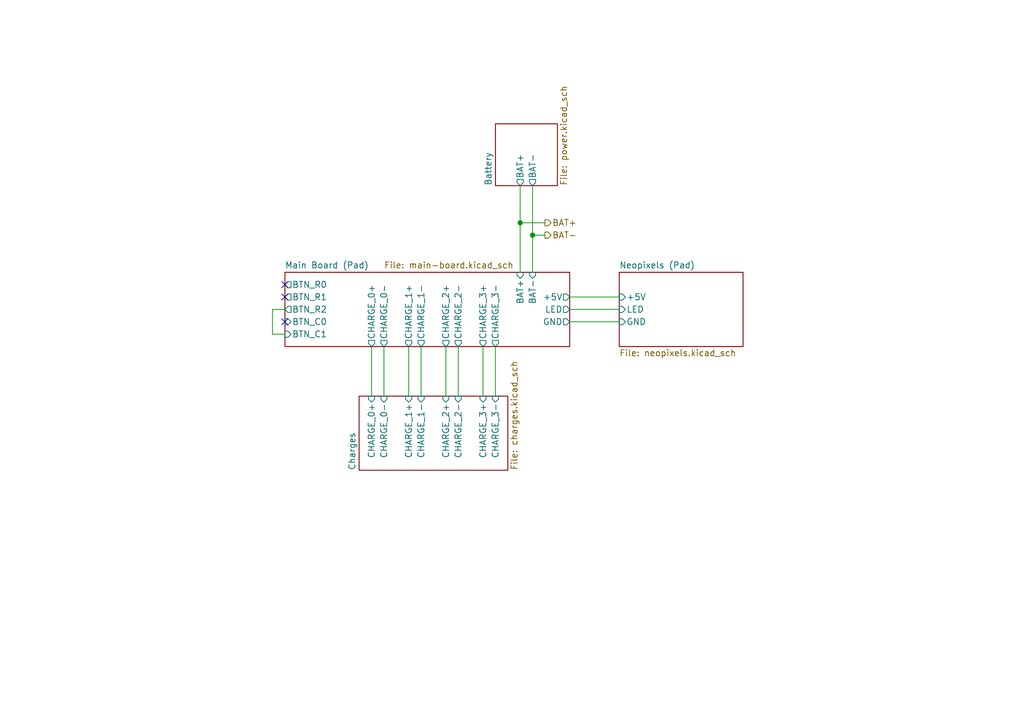
<source format=kicad_sch>
(kicad_sch (version 20230121) (generator eeschema)
  (paper "A5")
  (lib_symbols)
  (junction (at 109.22 48.26))
  (junction (at 106.68 45.72))
  (no_connect (at 58.42 58.42))
  (no_connect (at 58.42 66.04))
  (no_connect (at 58.42 60.96))
  (wire (pts (xy 99.06 71.12) (xy 99.06 81.28)))
  (wire (pts (xy 78.74 71.12) (xy 78.74 81.28)))
  (wire (pts (xy 116.84 60.96) (xy 127 60.96)))
  (wire (pts (xy 83.82 71.12) (xy 83.82 81.28)))
  (wire (pts (xy 109.22 48.26) (xy 111.76 48.26)))
  (wire (pts (xy 86.36 71.12) (xy 86.36 81.28)))
  (wire (pts (xy 116.84 63.5) (xy 127 63.5)))
  (wire (pts (xy 109.22 48.26) (xy 109.22 55.88)))
  (wire (pts (xy 101.6 71.12) (xy 101.6 81.28)))
  (wire (pts (xy 116.84 66.04) (xy 127 66.04)))
  (wire (pts (xy 91.44 71.12) (xy 91.44 81.28)))
  (wire (pts (xy 106.68 45.72) (xy 106.68 55.88)))
  (wire (pts (xy 106.68 38.1) (xy 106.68 45.72)))
  (wire (pts (xy 106.68 45.72) (xy 111.76 45.72)))
  (wire (pts (xy 58.42 63.5) (xy 55.88 63.5)))
  (wire (pts (xy 76.2 71.12) (xy 76.2 81.28)))
  (wire (pts (xy 55.88 63.5) (xy 55.88 68.58)))
  (wire (pts (xy 55.88 68.58) (xy 58.42 68.58)))
  (wire (pts (xy 93.98 71.12) (xy 93.98 81.28)))
  (wire (pts (xy 109.22 38.1) (xy 109.22 48.26)))
  (hierarchical_label "BAT+" (shape output) (at 111.76 45.72 0))
  (hierarchical_label "BAT-" (shape output) (at 111.76 48.26 0))
  (sheet (at 73.66 81.28) (size 30.48 15.24) (stroke (width 0.1524))
    (property "Sheetname" "Charges" (at 72.9484 96.52 90) (effects (justify left bottom)))
    (property "Sheetfile" "charges.kicad_sch" (at 104.7246 96.52 90) (effects (justify left top)))
    (pin "CHARGE_2+" input (at 91.44 81.28 90))
    (pin "CHARGE_1+" input (at 83.82 81.28 90))
    (pin "CHARGE_0+" input (at 76.2 81.28 90))
    (pin "CHARGE_3+" input (at 99.06 81.28 90))
    (pin "CHARGE_0-" input (at 78.74 81.28 90))
    (pin "CHARGE_1-" input (at 86.36 81.28 90))
    (pin "CHARGE_2-" input (at 93.98 81.28 90))
    (pin "CHARGE_3-" input (at 101.6 81.28 90))
  )
  (sheet (at 101.6 25.4) (size 12.7 12.7) (stroke (width 0.1524))
    (property "Sheetname" "Battery" (at 100.8884 38.1 90) (effects (justify left bottom)))
    (property "Sheetfile" "power.kicad_sch" (at 114.8846 38.1 90) (effects (justify left top)))
    (pin "BAT+" output (at 106.68 38.1 270))
    (pin "BAT-" output (at 109.22 38.1 270))
  )
  (sheet (at 127 55.88) (size 25.4 15.24) (stroke (width 0.1524))
    (property "Sheetname" "Neopixels (Pad)" (at 127 55.1684 0) (effects (justify left bottom)))
    (property "Sheetfile" "neopixels.kicad_sch" (at 127 71.7046 0) (effects (justify left top)))
    (pin "LED" input (at 127 63.5 180))
    (pin "+5V" input (at 127 60.96 180))
    (pin "GND" input (at 127 66.04 180))
  )
  (sheet (at 58.42 55.88) (size 58.42 15.24) (stroke (width 0.1524))
    (property "Sheetname" "Main Board (Pad)" (at 58.42 55.1684 0) (effects (justify left bottom)))
    (property "Sheetfile" "main-board.kicad_sch" (at 78.74 55.1684 0) (effects (justify left bottom)))
    (pin "BTN_R1" output (at 58.42 60.96 180))
    (pin "BTN_R2" output (at 58.42 63.5 180))
    (pin "BTN_R0" output (at 58.42 58.42 180))
    (pin "BTN_C0" input (at 58.42 66.04 180))
    (pin "BTN_C1" input (at 58.42 68.58 180))
    (pin "BAT+" input (at 106.68 55.88 90))
    (pin "+5V" output (at 116.84 60.96 0))
    (pin "GND" output (at 116.84 66.04 0))
    (pin "LED" output (at 116.84 63.5 0))
    (pin "BAT-" input (at 109.22 55.88 90))
    (pin "CHARGE_3-" output (at 101.6 71.12 270))
    (pin "CHARGE_0-" output (at 78.74 71.12 270))
    (pin "CHARGE_3+" output (at 99.06 71.12 270))
    (pin "CHARGE_1+" output (at 83.82 71.12 270))
    (pin "CHARGE_2-" output (at 93.98 71.12 270))
    (pin "CHARGE_1-" output (at 86.36 71.12 270))
    (pin "CHARGE_2+" output (at 91.44 71.12 270))
    (pin "CHARGE_0+" output (at 76.2 71.12 270))
  )
)
</source>
